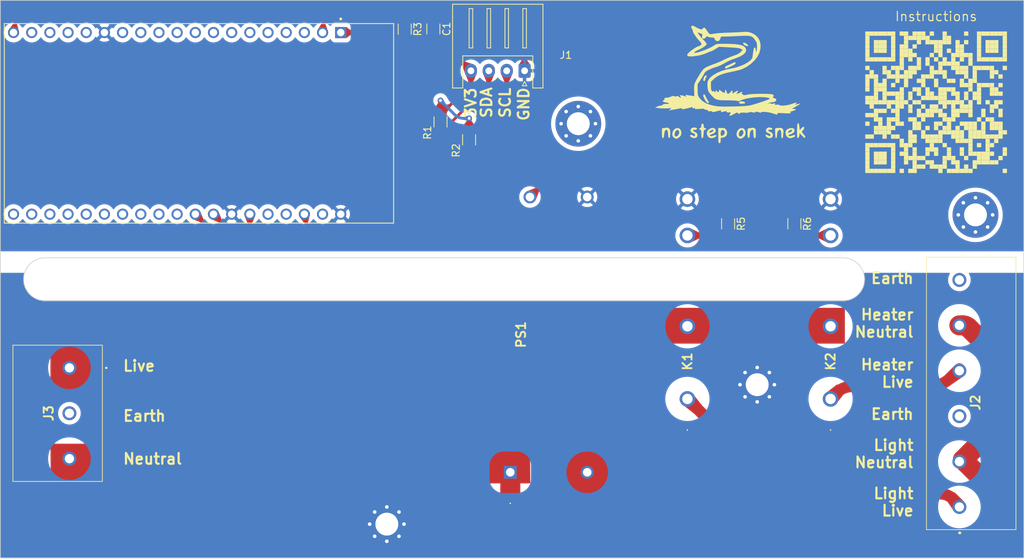
<source format=kicad_pcb>
(kicad_pcb (version 20221018) (generator pcbnew)
  (layers (0 "F.Cu" signal) (31 "B.Cu" signal) (34 "B.Paste" user) (35 "F.Paste" user) (36 "B.SilkS" user "B.Silkscreen") (37 "F.SilkS" user "F.Silkscreen") (38 "B.Mask" user) (39 "F.Mask" user) (44 "Edge.Cuts" user))
  (net 0 "")
  (net 1 "LIGHT_AC_P")
  (net 2 "AC_P_IN")
  (net 3 "LIGHT_EN")
  (net 4 "GND")
  (net 5 "HEAT_AC_P")
  (net 6 "HEAT_EN")
  (net 7 "AC_N_IN")
  (net 8 "+5V")
  (net 37 "Net-(J2-Pin_3)")
  (net 38 "SCL")
  (net 39 "LIGHT_LED_P")
  (net 40 "HEAT_LED_P")
  (net 41 "+3.3V")
  (net 42 "SDA")
  (net 43 "Net-(U1-EN)")
  (net 44 "Net-(J2-Pin_6)")
  (net 45 "Net-(J3-Pin_2)")
  (net 46 "Earth")
  (footprint "Resistor_SMD:R_1206_3216Metric_Pad1.30x1.75mm_HandSolder" (layer "F.Cu") (at 142.5 83 90)
    (fp_text reference "R1" (at -1.5 -1.82 90) (layer "F.SilkS"))
    (fp_text value "2.4k")
    (pad "1" smd roundrect (at -1.55 0 90) (size 1.3 1.75) (layers "F.Cu" "F.Paste" "F.Mask") (roundrect_rratio 0.1923076923) (net 38 "SCL"))
    (pad "2" smd roundrect (at 1.55 0 90) (size 1.3 1.75) (layers "F.Cu" "F.Paste" "F.Mask") (roundrect_rratio 0.1923076923) (net 41 "+3.3V"))
  )
  (footprint "Resistor_SMD:R_1206_3216Metric_Pad1.30x1.75mm_HandSolder" (layer "F.Cu") (at 146.5 85.5 90)
    (fp_text reference "R2" (at -1.5 -1.82 90) (layer "F.SilkS"))
    (fp_text value "2.4k")
    (pad "1" smd roundrect (at -1.55 0 90) (size 1.3 1.75) (layers "F.Cu" "F.Paste" "F.Mask") (roundrect_rratio 0.1923076923) (net 42 "SDA"))
    (pad "2" smd roundrect (at 1.55 0 90) (size 1.3 1.75) (layers "F.Cu" "F.Paste" "F.Mask") (roundrect_rratio 0.1923076923) (net 41 "+3.3V"))
  )
  (footprint "ESP32-DEVKITC-32D:MODULE_ESP32-DEVKITC-32D" (layer "F.Cu") (at 108.8 83.2 -90)
    (fp_text reference "U1" hide)
    (fp_text value "ESP32-DEVKITC-32D")
    (pad "J2-1" thru_hole rect (at -12.7 -19.76 270) (size 1.56 1.56) (drill 1.04) (layers "*.Cu" "*.Mask") (net 41 "+3.3V"))
    (pad "J2-2" thru_hole circle (at -12.7 -17.22 270) (size 1.56 1.56) (drill 1.04) (layers "*.Cu" "*.Mask") (net 43 "Net-(U1-EN)"))
    (pad "J2-3" thru_hole circle (at -12.7 -14.68 270) (size 1.56 1.56) (drill 1.04) (layers "*.Cu" "*.Mask"))
    (pad "J2-4" thru_hole circle (at -12.7 -12.14 270) (size 1.56 1.56) (drill 1.04) (layers "*.Cu" "*.Mask"))
    (pad "J2-5" thru_hole circle (at -12.7 -9.6 270) (size 1.56 1.56) (drill 1.04) (layers "*.Cu" "*.Mask"))
    (pad "J2-6" thru_hole circle (at -12.7 -7.06 270) (size 1.56 1.56) (drill 1.04) (layers "*.Cu" "*.Mask"))
    (pad "J2-7" thru_hole circle (at -12.7 -4.52 270) (size 1.56 1.56) (drill 1.04) (layers "*.Cu" "*.Mask"))
    (pad "J2-8" thru_hole circle (at -12.7 -1.98 270) (size 1.56 1.56) (drill 1.04) (layers "*.Cu" "*.Mask"))
    (pad "J2-9" thru_hole circle (at -12.7 0.56 270) (size 1.56 1.56) (drill 1.04) (layers "*.Cu" "*.Mask"))
    (pad "J2-10" thru_hole circle (at -12.7 3.1 270) (size 1.56 1.56) (drill 1.04) (layers "*.Cu" "*.Mask"))
    (pad "J2-11" thru_hole circle (at -12.7 5.64 270) (size 1.56 1.56) (drill 1.04) (layers "*.Cu" "*.Mask"))
    (pad "J2-12" thru_hole circle (at -12.7 8.18 270) (size 1.56 1.56) (drill 1.04) (layers "*.Cu" "*.Mask"))
    (pad "J2-13" thru_hole circle (at -12.7 10.72 270) (size 1.56 1.56) (drill 1.04) (layers "*.Cu" "*.Mask"))
    (pad "J2-14" thru_hole circle (at -12.7 13.26 270) (size 1.56 1.56) (drill 1.04) (layers "*.Cu" "*.Mask") (net 4 "GND"))
    (pad "J2-15" thru_hole circle (at -12.7 15.8 270) (size 1.56 1.56) (drill 1.04) (layers "*.Cu" "*.Mask"))
    (pad "J2-16" thru_hole circle (at -12.7 18.34 270) (size 1.56 1.56) (drill 1.04) (layers "*.Cu" "*.Mask"))
    (pad "J2-17" thru_hole circle (at -12.7 20.88 270) (size 1.56 1.56) (drill 1.04) (layers "*.Cu" "*.Mask"))
    (pad "J2-18" thru_hole circle (at -12.7 23.42 270) (size 1.56 1.56) (drill 1.04) (layers "*.Cu" "*.Mask"))
    (pad "J2-19" thru_hole circle (at -12.7 25.96 270) (size 1.56 1.56) (drill 1.04) (layers "*.Cu" "*.Mask") (net 8 "+5V"))
    (pad "J3-1" thru_hole circle (at 12.7 -19.76 270) (size 1.56 1.56) (drill 1.04) (layers "*.Cu" "*.Mask") (net 4 "GND"))
    (pad "J3-2" thru_hole circle (at 12.7 -17.22 270) (size 1.56 1.56) (drill 1.04) (layers "*.Cu" "*.Mask"))
    (pad "J3-3" thru_hole circle (at 12.7 -14.68 270) (size 1.56 1.56) (drill 1.04) (layers "*.Cu" "*.Mask") (net 38 "SCL"))
    (pad "J3-4" thru_hole circle (at 12.7 -12.14 270) (size 1.56 1.56) (drill 1.04) (layers "*.Cu" "*.Mask"))
    (pad "J3-5" thru_hole circle (at 12.7 -9.6 270) (size 1.56 1.56) (drill 1.04) (layers "*.Cu" "*.Mask"))
    (pad "J3-6" thru_hole circle (at 12.7 -7.06 270) (size 1.56 1.56) (drill 1.04) (layers "*.Cu" "*.Mask") (net 42 "SDA"))
    (pad "J3-7" thru_hole circle (at 12.7 -4.52 270) (size 1.56 1.56) (drill 1.04) (layers "*.Cu" "*.Mask") (net 4 "GND"))
    (pad "J3-8" thru_hole circle (at 12.7 -1.98 270) (size 1.56 1.56) (drill 1.04) (layers "*.Cu" "*.Mask") (net 3 "LIGHT_EN"))
    (pad "J3-9" thru_hole circle (at 12.7 0.56 270) (size 1.56 1.56) (drill 1.04) (layers "*.Cu" "*.Mask") (net 6 "HEAT_EN"))
    (pad "J3-10" thru_hole circle (at 12.7 3.1 270) (size 1.56 1.56) (drill 1.04) (layers "*.Cu" "*.Mask"))
    (pad "J3-11" thru_hole circle (at 12.7 5.64 270) (size 1.56 1.56) (drill 1.04) (layers "*.Cu" "*.Mask"))
    (pad "J3-12" thru_hole circle (at 12.7 8.18 270) (size 1.56 1.56) (drill 1.04) (layers "*.Cu" "*.Mask"))
    (pad "J3-13" thru_hole circle (at 12.7 10.72 270) (size 1.56 1.56) (drill 1.04) (layers "*.Cu" "*.Mask"))
    (pad "J3-14" thru_hole circle (at 12.7 13.26 270) (size 1.56 1.56) (drill 1.04) (layers "*.Cu" "*.Mask"))
    (pad "J3-15" thru_hole circle (at 12.7 15.8 270) (size 1.56 1.56) (drill 1.04) (layers "*.Cu" "*.Mask"))
    (pad "J3-16" thru_hole circle (at 12.7 18.34 270) (size 1.56 1.56) (drill 1.04) (layers "*.Cu" "*.Mask"))
    (pad "J3-17" thru_hole circle (at 12.7 20.88 270) (size 1.56 1.56) (drill 1.04) (layers "*.Cu" "*.Mask"))
    (pad "J3-18" thru_hole circle (at 12.7 23.42 270) (size 1.56 1.56) (drill 1.04) (layers "*.Cu" "*.Mask"))
    (pad "J3-19" thru_hole circle (at 12.7 25.96 270) (size 1.56 1.56) (drill 1.04) (layers "*.Cu" "*.Mask"))
  )
  (footprint "Resistor_SMD:R_1206_3216Metric_Pad1.30x1.75mm_HandSolder" (layer "F.Cu") (at 137.5 70.03 -90)
    (fp_text reference "R3" (at 0 -1.82 90) (layer "F.SilkS"))
    (fp_text value "10k")
    (pad "1" smd roundrect (at -1.55 0 270) (size 1.3 1.75) (layers "F.Cu" "F.Paste" "F.Mask") (roundrect_rratio 0.1923076923) (net 43 "Net-(U1-EN)"))
    (pad "2" smd roundrect (at 1.55 0 270) (size 1.3 1.75) (layers "F.Cu" "F.Paste" "F.Mask") (roundrect_rratio 0.1923076923) (net 41 "+3.3V"))
  )
  (footprint "Resistor_SMD:R_1206_3216Metric_Pad1.30x1.75mm_HandSolder" (layer "F.Cu") (at 191.9385 97.25 -90)
    (fp_text reference "R6" (at 0 -1.82 90) (layer "F.SilkS"))
    (fp_text value "422")
    (pad "1" smd roundrect (at -1.55 0 270) (size 1.3 1.75) (layers "F.Cu" "F.Paste" "F.Mask") (roundrect_rratio 0.1923076923) (net 6 "HEAT_EN"))
    (pad "2" smd roundrect (at 1.55 0 270) (size 1.3 1.75) (layers "F.Cu" "F.Paste" "F.Mask") (roundrect_rratio 0.1923076923) (net 40 "HEAT_LED_P"))
  )
  (footprint "MountingHole:MountingHole_3.2mm_M3_Pad_Via" (layer "F.Cu") (at 186.75 119.75)
    (fp_text reference "MH4" hide)
    (fp_text value "MountingHole_Pad" hide)
    (pad "1" thru_hole circle (at -2.4 0) (size 0.8 0.8) (drill 0.5) (layers "*.Cu" "*.Mask") (net 46 "Earth"))
    (pad "1" thru_hole circle (at -1.697056 -1.697056) (size 0.8 0.8) (drill 0.5) (layers "*.Cu" "*.Mask") (net 46 "Earth"))
    (pad "1" thru_hole circle (at -1.697056 1.697056) (size 0.8 0.8) (drill 0.5) (layers "*.Cu" "*.Mask") (net 46 "Earth"))
    (pad "1" thru_hole circle (at 0 -2.4) (size 0.8 0.8) (drill 0.5) (layers "*.Cu" "*.Mask") (net 46 "Earth"))
    (pad "1" thru_hole circle (at 0 0) (size 6.4 6.4) (drill 3.2) (layers "*.Cu" "*.Mask") (net 46 "Earth"))
    (pad "1" thru_hole circle (at 0 2.4) (size 0.8 0.8) (drill 0.5) (layers "*.Cu" "*.Mask") (net 46 "Earth"))
    (pad "1" thru_hole circle (at 1.697056 -1.697056) (size 0.8 0.8) (drill 0.5) (layers "*.Cu" "*.Mask") (net 46 "Earth"))
    (pad "1" thru_hole circle (at 1.697056 1.697056) (size 0.8 0.8) (drill 0.5) (layers "*.Cu" "*.Mask") (net 46 "Earth"))
    (pad "1" thru_hole circle (at 2.4 0) (size 0.8 0.8) (drill 0.5) (layers "*.Cu" "*.Mask") (net 46 "Earth"))
  )
  (footprint "MountingHole:MountingHole_3.2mm_M3_Pad_Via" (layer "F.Cu") (at 217.25 96)
    (fp_text reference "MH2" hide)
    (fp_text value "MountingHole_3.2mm_M3_Pad_Via" hide)
    (pad "1" thru_hole circle (at -2.4 0) (size 0.8 0.8) (drill 0.5) (layers "*.Cu" "*.Mask"))
    (pad "1" thru_hole circle (at -1.697056 -1.697056) (size 0.8 0.8) (drill 0.5) (layers "*.Cu" "*.Mask"))
    (pad "1" thru_hole circle (at -1.697056 1.697056) (size 0.8 0.8) (drill 0.5) (layers "*.Cu" "*.Mask"))
    (pad "1" thru_hole circle (at 0 -2.4) (size 0.8 0.8) (drill 0.5) (layers "*.Cu" "*.Mask"))
    (pad "1" thru_hole circle (at 0 0) (size 6.4 6.4) (drill 3.2) (layers "*.Cu" "*.Mask"))
    (pad "1" thru_hole circle (at 0 2.4) (size 0.8 0.8) (drill 0.5) (layers "*.Cu" "*.Mask"))
    (pad "1" thru_hole circle (at 1.697056 -1.697056) (size 0.8 0.8) (drill 0.5) (layers "*.Cu" "*.Mask"))
    (pad "1" thru_hole circle (at 1.697056 1.697056) (size 0.8 0.8) (drill 0.5) (layers "*.Cu" "*.Mask"))
    (pad "1" thru_hole circle (at 2.4 0) (size 0.8 0.8) (drill 0.5) (layers "*.Cu" "*.Mask"))
  )
  (footprint "MountingHole:MountingHole_3.2mm_M3_Pad_Via" (layer "F.Cu") (at 161.75 83.25)
    (fp_text reference "MH1" hide)
    (fp_text value "MountingHole_3.2mm_M3_Pad_Via" hide)
    (pad "1" thru_hole circle (at -2.4 0) (size 0.8 0.8) (drill 0.5) (layers "*.Cu" "*.Mask"))
    (pad "1" thru_hole circle (at -1.697056 -1.697056) (size 0.8 0.8) (drill 0.5) (layers "*.Cu" "*.Mask"))
    (pad "1" thru_hole circle (at -1.697056 1.697056) (size 0.8 0.8) (drill 0.5) (layers "*.Cu" "*.Mask"))
    (pad "1" thru_hole circle (at 0 -2.4) (size 0.8 0.8) (drill 0.5) (layers "*.Cu" "*.Mask"))
    (pad "1" thru_hole circle (at 0 0) (size 6.4 6.4) (drill 3.2) (layers "*.Cu" "*.Mask"))
    (pad "1" thru_hole circle (at 0 2.4) (size 0.8 0.8) (drill 0.5) (layers "*.Cu" "*.Mask"))
    (pad "1" thru_hole circle (at 1.697056 -1.697056) (size 0.8 0.8) (drill 0.5) (layers "*.Cu" "*.Mask"))
    (pad "1" thru_hole circle (at 1.697056 1.697056) (size 0.8 0.8) (drill 0.5) (layers "*.Cu" "*.Mask"))
    (pad "1" thru_hole circle (at 2.4 0) (size 0.8 0.8) (drill 0.5) (layers "*.Cu" "*.Mask"))
  )
  (footprint "Phoenix 1713969:1713969" (layer "F.Cu") (at 215 136.85 90)
    (fp_text reference "J2" (at 14.6 2.25 90) (layer "F.SilkS") (effects (font (size 1.27 1.27) (thickness 0.254))))
    (fp_text value "Screw_Terminal_01x06" hide)
    (pad "1" thru_hole circle (at 0 0 90) (size 1.95 1.95) (drill 1.3) (layers "*.Cu" "*.Mask") (net 1 "LIGHT_AC_P"))
    (pad "2" thru_hole circle (at 6.35 0 90) (size 1.95 1.95) (drill 1.3) (layers "*.Cu" "*.Mask") (net 7 "AC_N_IN"))
    (pad "3" thru_hole circle (at 12.7 0 90) (size 1.95 1.95) (drill 1.3) (layers "*.Cu" "*.Mask") (net 37 "Net-(J2-Pin_3)"))
    (pad "4" thru_hole circle (at 19.05 0 90) (size 1.95 1.95) (drill 1.3) (layers "*.Cu" "*.Mask") (net 5 "HEAT_AC_P"))
    (pad "5" thru_hole circle (at 25.4 0 90) (size 1.95 1.95) (drill 1.3) (layers "*.Cu" "*.Mask") (net 7 "AC_N_IN"))
    (pad "6" thru_hole circle (at 31.75 0 90) (size 1.95 1.95) (drill 1.3) (layers "*.Cu" "*.Mask") (net 44 "Net-(J2-Pin_6)"))
  )
  (footprint "RAC10E-05SK_277:RAC10E05SK277" (layer "F.Cu") (at 152.25 132 90)
    (fp_text reference "PS1" (at 19.25 1.5 90) (layer "F.SilkS") (effects (font (size 1.27 1.27) (thickness 0.254))))
    (fp_text value "RAC10E-05SK_277" hide)
    (pad "1" thru_hole rect (at 0 0 90) (size 1.8 1.8) (drill 1.2) (layers "*.Cu" "*.Mask") (net 7 "AC_N_IN"))
    (pad "2" thru_hole circle (at 0 10.75 90) (size 1.8 1.8) (drill 1.2) (layers "*.Cu" "*.Mask") (net 2 "AC_P_IN"))
    (pad "3" thru_hole circle (at 38.5 10.75 90) (size 1.8 1.8) (drill 1.2) (layers "*.Cu" "*.Mask") (net 4 "GND"))
    (pad "4" thru_hole circle (at 38.5 2.75 90) (size 1.8 1.8) (drill 1.2) (layers "*.Cu" "*.Mask") (net 8 "+5V"))
  )
  (footprint "Resistor_SMD:R_1206_3216Metric_Pad1.30x1.75mm_HandSolder" (layer "F.Cu") (at 182.6885 97.25 -90)
    (fp_text reference "R5" (at 0 -1.82 90) (layer "F.SilkS"))
    (fp_text value "422")
    (pad "1" smd roundrect (at -1.55 0 270) (size 1.3 1.75) (layers "F.Cu" "F.Paste" "F.Mask") (roundrect_rratio 0.1923076923) (net 3 "LIGHT_EN"))
    (pad "2" smd roundrect (at 1.55 0 270) (size 1.3 1.75) (layers "F.Cu" "F.Paste" "F.Mask") (roundrect_rratio 0.1923076923) (net 39 "LIGHT_LED_P"))
  )
  (footprint "snek:snek" (layer "F.Cu") (at 183 77.75)
    (fp_text reference "G***" hide)
    (fp_text value "LOGO" hide)
  )
  (footprint "MountingHole:MountingHole_3.2mm_M3_Pad_Via" (layer "F.Cu") (at 135 139.25)
    (fp_text reference "MH3" hide)
    (fp_text value "MountingHole_Pad" hide)
    (pad "1" thru_hole circle (at -2.4 0) (size 0.8 0.8) (drill 0.5) (layers "*.Cu" "*.Mask") (net 46 "Earth"))
    (pad "1" thru_hole circle (at -1.697056 -1.697056) (size 0.8 0.8) (drill 0.5) (layers "*.Cu" "*.Mask") (net 46 "Earth"))
    (pad "1" thru_hole circle (at -1.697056 1.697056) (size 0.8 0.8) (drill 0.5) (layers "*.Cu" "*.Mask") (net 46 "Earth"))
    (pad "1" thru_hole circle (at 0 -2.4) (size 0.8 0.8) (drill 0.5) (layers "*.Cu" "*.Mask") (net 46 "Earth"))
    (pad "1" thru_hole circle (at 0 0) (size 6.4 6.4) (drill 3.2) (layers "*.Cu" "*.Mask") (net 46 "Earth"))
    (pad "1" thru_hole circle (at 0 2.4) (size 0.8 0.8) (drill 0.5) (layers "*.Cu" "*.Mask") (net 46 "Earth"))
    (pad "1" thru_hole circle (at 1.697056 -1.697056) (size 0.8 0.8) (drill 0.5) (layers "*.Cu" "*.Mask") (net 46 "Earth"))
    (pad "1" thru_hole circle (at 1.697056 1.697056) (size 0.8 0.8) (drill 0.5) (layers "*.Cu" "*.Mask") (net 46 "Earth"))
    (pad "1" thru_hole circle (at 2.4 0) (size 0.8 0.8) (drill 0.5) (layers "*.Cu" "*.Mask") (net 46 "Earth"))
  )
  (footprint "Connector_JST:JST_XH_S4B-XH-A_1x04_P2.50mm_Horizontal" (layer "F.Cu") (at 154.25 75.85 180)
    (fp_text reference "J1" (at -5.77 2.19) (layer "F.SilkS"))
    (fp_text value "S4B-XH-A(LF)(SN)")
    (pad "1" thru_hole roundrect (at 0 0 180) (size 1.7 1.95) (drill 0.95) (layers "*.Cu" "*.Mask") (roundrect_rratio 0.1470588235) (net 4 "GND"))
    (pad "2" thru_hole oval (at 2.5 0 180) (size 1.7 1.95) (drill 0.95) (layers "*.Cu" "*.Mask") (net 42 "SDA"))
    (pad "3" thru_hole oval (at 5 0 180) (size 1.7 1.95) (drill 0.95) (layers "*.Cu" "*.Mask") (net 38 "SCL"))
    (pad "4" thru_hole oval (at 7.5 0 180) (size 1.7 1.95) (drill 0.95) (layers "*.Cu" "*.Mask") (net 41 "+3.3V"))
  )
  (footprint "CPC40055ST:CPC40055ST" (layer "F.Cu") (at 177 121.74 90)
    (fp_text reference "K1" (at 5.24 0 90) (layer "F.SilkS") (effects (font (size 1.27 1.27) (thickness 0.254))))
    (fp_text value "CPC40055ST" hide)
    (pad "1" thru_hole circle (at 0 0 90) (size 2.175 2.175) (drill 1.45) (layers "*.Cu" "*.Mask") (net 1 "LIGHT_AC_P"))
    (pad "2" thru_hole circle (at 10.16 0 90) (size 2.175 2.175) (drill 1.45) (layers "*.Cu" "*.Mask") (net 2 "AC_P_IN"))
    (pad "3" thru_hole circle (at 22.86 0 90) (size 2.175 2.175) (drill 1.45) (layers "*.Cu" "*.Mask") (net 39 "LIGHT_LED_P"))
    (pad "4" thru_hole circle (at 27.94 0 90) (size 2.175 2.175) (drill 1.45) (layers "*.Cu" "*.Mask") (net 4 "GND"))
  )
  (footprint "QR:rickroll" (layer "F.Cu") (at 211.75 80.25)
    (fp_text reference "QR*****" hide)
    (fp_text value "Instructions" (at 0 -12 unlocked) (layer "F.SilkS") (effects (font (size 1.3 1.3))))
  )
  (footprint "Capacitor_SMD:C_1206_3216Metric_Pad1.33x1.80mm_HandSolder" (layer "F.Cu") (at 141.5 70 -90)
    (fp_text reference "C1" (at 0 -1.85 90) (layer "F.SilkS"))
    (fp_text value "1u")
    (pad "1" smd roundrect (at -1.5625 0 270) (size 1.325 1.8) (layers "F.Cu" "F.Paste" "F.Mask") (roundrect_rratio 0.1886792453) (net 43 "Net-(U1-EN)"))
    (pad "2" smd roundrect (at 1.5625 0 270) (size 1.325 1.8) (layers "F.Cu" "F.Paste" "F.Mask") (roundrect_rratio 0.1886792453) (net 4 "GND"))
  )
  (footprint "Phoenix 1714968:1714968" (layer "F.Cu") (at 90.65 117.395 -90)
    (fp_text reference "J3" (at 6.355 2.9 90) (layer "F.SilkS") (effects (font (size 1.27 1.27) (thickness 0.254))))
    (fp_text value "Screw_Terminal_01x03" hide)
    (pad "1" thru_hole circle (at 0 0 270) (size 1.95 1.95) (drill 1.3) (layers "*.Cu" "*.Mask") (net 2 "AC_P_IN"))
    (pad "2" thru_hole circle (at 6.35 0 270) (size 1.95 1.95) (drill 1.3) (layers "*.Cu" "*.Mask") (net 45 "Net-(J3-Pin_2)"))
    (pad "3" thru_hole circle (at 12.7 0 270) (size 1.95 1.95) (drill 1.3) (layers "*.Cu" "*.Mask") (net 7 "AC_N_IN"))
  )
  (footprint "CPC40055ST:CPC40055ST" (layer "F.Cu") (at 197 121.74 90)
    (fp_text reference "K2" (at 5.24 0 90) (layer "F.SilkS") (effects (font (size 1.27 1.27) (thickness 0.254))))
    (fp_text value "CPC40055ST" hide)
    (pad "1" thru_hole circle (at 0 0 90) (size 2.175 2.175) (drill 1.45) (layers "*.Cu" "*.Mask") (net 5 "HEAT_AC_P"))
    (pad "2" thru_hole circle (at 10.16 0 90) (size 2.175 2.175) (drill 1.45) (layers "*.Cu" "*.Mask") (net 2 "AC_P_IN"))
    (pad "3" thru_hole circle (at 22.86 0 90) (size 2.175 2.175) (drill 1.45) (layers "*.Cu" "*.Mask") (net 40 "HEAT_LED_P"))
    (pad "4" thru_hole circle (at 27.94 0 90) (size 2.175 2.175) (drill 1.45) (layers "*.Cu" "*.Mask") (net 4 "GND"))
  )
  (gr_line (start 81 66) (end 224 66) (stroke (width 0.1)) (layer "Edge.Cuts"))
  (gr_arc (start 198.75 102) (mid 201.75 105) (end 198.75 108) (stroke (width 0.1)) (layer "Edge.Cuts"))
  (gr_line (start 146 108) (end 198.75 108) (stroke (width 0.1)) (layer "Edge.Cuts"))
  (gr_line (start 81 144) (end 224 144) (stroke (width 0.1)) (layer "Edge.Cuts"))
  (gr_line (start 198.75 102) (end 146 102) (stroke (width 0.1)) (layer "Edge.Cuts"))
  (gr_line (start 146 102) (end 87.25 102) (stroke (width 0.1)) (layer "Edge.Cuts"))
  (gr_line (start 87.25 108) (end 146 108) (stroke (width 0.1)) (layer "Edge.Cuts"))
  (gr_line (start 81 66) (end 81 144) (stroke (width 0.1)) (layer "Edge.Cuts"))
  (gr_line (start 224 144) (end 224 67) (stroke (width 0.1)) (layer "Edge.Cuts"))
  (gr_line (start 224 66) (end 224 67) (stroke (width 0.1)) (layer "Edge.Cuts"))
  (gr_arc (start 87.25 108) (mid 84.25 105) (end 87.25 102) (stroke (width 0.1)) (layer "Edge.Cuts"))
  (gr_text "Copyright © 2018-2023 Jacob McSwain" (at 83 142) (layer "F.Cu") (effects (font (size 1.5 1.5) (thickness 0.3) bold) (justify left bottom)))
  (gr_text "SnekSafe v1.1" (at 83 139) (layer "F.Cu") (effects (font (size 1.5 1.5) (thickness 0.3) bold) (justify left bottom)))
  (gr_text "Light\nNeutral" (at 208.75 131.5) (layer "F.SilkS") (effects (font (size 1.5 1.5) (thickness 0.3) bold) (justify right bottom)))
  (gr_text "Heater\nLive" (at 208.75 120.25) (layer "F.SilkS") (effects (font (size 1.5 1.5) (thickness 0.3) bold) (justify right bottom)))
  (gr_text "Heater\nNeutral" (at 208.75 113.25) (layer "F.SilkS") (effects (font (size 1.5 1.5) (thickness 0.3) bold) (justify right bottom)))
  (gr_text "Earth" (at 208.75 105.75) (layer "F.SilkS") (effects (font (size 1.5 1.5) (thickness 0.3) bold) (justify right bottom)))
  (gr_text "3V3" (at 147.6 82.6 90) (layer "F.SilkS") (effects (font (size 1.5 1.5) (thickness 0.3) bold) (justify left bottom)))
  (gr_text "Live" (at 98 118) (layer "F.SilkS") (effects (font (size 1.5 1.5) (thickness 0.3) bold) (justify left bottom)))
  (gr_text "Neutral" (at 98 131) (layer "F.SilkS") (effects (font (size 1.5 1.5) (thickness 0.3) bold) (justify left bottom)))
  (gr_text "Light\nLive" (at 208.75 138.25) (layer "F.SilkS") (effects (font (size 1.5 1.5) (thickness 0.3) bold) (justify right bottom)))
  (gr_text "Earth" (at 208.75 124.75) (layer "F.SilkS") (effects (font (size 1.5 1.5) (thickness 0.3) bold) (justify right bottom)))
  (gr_text "SCL" (at 152.4 82.6 90) (layer "F.SilkS") (effects (font (size 1.5 1.5) (thickness 0.3) bold) (justify left bottom)))
  (gr_text "Earth" (at 98 125) (layer "F.SilkS") (effects (font (size 1.5 1.5) (thickness 0.3) bold) (justify left bottom)))
  (gr_text "SDA" (at 149.8 82.6 90) (layer "F.SilkS") (effects (font (size 1.5 1.5) (thickness 0.3) bold) (justify left bottom)))
  (gr_text "GND" (at 155 83 90) (layer "F.SilkS") (effects (font (size 1.5 1.5) (thickness 0.3) bold) (justify left bottom)))
  (segment (start 192.513963 135) (end 212.268629 135) (width 1.6) (layer "F.Cu") (net 1))
  (segment (start 214.2 135.8) (end 215 136.6) (width 1.6) (layer "F.Cu") (net 1))
  (segment (start 188.666207 133.406207) (end 177 121.74) (width 1.6) (layer "F.Cu") (net 1))
  (arc (start 214.2 135.8) (mid 213.313879 135.207913) (end 212.268629 135) (width 1.6) (layer "F.Cu") (net 1))
  (arc (start 188.666207 133.406207) (mid 190.431572 134.585786) (end 192.513963 135) (width 1.6) (layer "F.Cu") (net 1))
  (segment (start 113.053707 98.173707) (end 110.78 95.9) (width 0.4) (layer "F.Cu") (net 3))
  (segment (start 182.5385 95.85) (end 182.6885 95.7) (width 0.4) (layer "F.Cu") (net 3))
  (segment (start 174.253963 96) (end 182.176367 96) (width 0.4) (layer "F.Cu") (net 3))
  (segment (start 170.406206 97.593792) (end 169.826292 98.173707) (width 0.4) (layer "F.Cu") (net 3))
  (segment (start 116.901463 99.7675) (end 165.978536 99.7675) (width 0.4) (layer "F.Cu") (net 3))
  (arc (start 169.826292 98.173707) (mid 168.060926 99.353286) (end 165.978536 99.7675) (width 0.4) (layer "F.Cu") (net 3))
  (arc (start 182.5385 95.85) (mid 182.372352 95.961016) (end 182.176367 96) (width 0.4) (layer "F.Cu") (net 3))
  (arc (start 113.053707 98.173707) (mid 114.819072 99.353286) (end 116.901463 99.7675) (width 0.4) (layer "F.Cu") (net 3))
  (arc (start 174.253963 96) (mid 172.171572 96.414213) (end 170.406206 97.593792) (width 0.4) (layer "F.Cu") (net 3))
  (segment (start 149.66215 71.5625) (end 141.5 71.5625) (width 0.4) (layer "F.Cu") (net 4))
  (segment (start 154.25 75.05) (end 154.25 75.85) (width 0.4) (layer "F.Cu") (net 4))
  (segment (start 153.684314 73.684314) (end 152.90625 72.90625) (width 0.4) (layer "F.Cu") (net 4))
  (arc (start 153.684314 73.684314) (mid 154.102982 74.310896) (end 154.25 75.05) (width 0.4) (layer "F.Cu") (net 4))
  (arc (start 152.90625 72.90625) (mid 151.417844 71.911729) (end 149.66215 71.5625) (width 0.4) (layer "F.Cu") (net 4))
  (segment (start 213.775 118.775) (end 215 117.55) (width 1.6) (layer "F.Cu") (net 5))
  (segment (start 197.87 120.87) (end 197 121.74) (width 1.6) (layer "F.Cu") (net 5))
  (segment (start 199.970365 120) (end 210.817588 120) (width 1.6) (layer "F.Cu") (net 5))
  (arc (start 213.775 118.775) (mid 212.418127 119.681632) (end 210.817588 120) (width 1.6) (layer "F.Cu") (net 5))
  (arc (start 199.970365 120) (mid 198.833655 120.226105) (end 197.87 120.87) (width 1.6) (layer "F.Cu") (net 5))
  (segment (start 111.513707 99.173707) (end 108.24 95.9) (width 0.4) (layer "F.Cu") (net 6))
  (segment (start 188.464792 99.173707) (end 191.9385 95.7) (width 0.4) (layer "F.Cu") (net 6))
  (segment (start 115.361463 100.7675) (end 184.617036 100.7675) (width 0.4) (layer "F.Cu") (net 6))
  (arc (start 188.464792 99.173707) (mid 186.699426 100.353286) (end 184.617036 100.7675) (width 0.4) (layer "F.Cu") (net 6))
  (arc (start 111.513707 99.173707) (mid 113.279072 100.353286) (end 115.361463 100.7675) (width 0.4) (layer "F.Cu") (net 6))
  (segment (start 215.475 111.45) (end 215 111.45) (width 2.8) (layer "F.Cu") (net 7))
  (segment (start 220 138.085786) (end 220 137.003963) (width 2.8) (layer "F.Cu") (net 7))
  (segment (start 219.8 117.553963) (end 219.8 123.696036) (width 2.8) (layer "F.Cu") (net 7))
  (segment (start 153.843792 138.843792) (end 154.906207 139.906207) (width 2.8) (layer "F.Cu") (net 7))
  (segment (start 152.25 134.996036) (end 152.25 132) (width 2.8) (layer "F.Cu") (net 7))
  (segment (start 216.585786 141.5) (end 158.753963 141.5) (width 2.8) (layer "F.Cu") (net 7))
  (segment (start 215.5 130.25) (end 218.406207 133.156207) (width 2.8) (layer "F.Cu") (net 7))
  (segment (start 215.5 130.25) (end 218.206207 127.543792) (width 2.8) (layer "F.Cu") (net 7))
  (segment (start 216.285875 111.785875) (end 218.206207 113.706207) (width 2.8) (layer "F.Cu") (net 7))
  (arc (start 152.25 134.996036) (mid 152.664213 137.078426) (end 153.843792 138.843792) (width 2.8) (layer "F.Cu") (net 7))
  (arc (start 154.906207 139.906207) (mid 156.671572 141.085786) (end 158.753963 141.5) (width 2.8) (layer "F.Cu") (net 7))
  (arc (start 216.285875 111.785875) (mid 215.913842 111.537291) (end 215.475 111.45) (width 2.8) (layer "F.Cu") (net 7))
  (arc (start 218.206207 113.706207) (mid 219.385786 115.471572) (end 219.8 117.553963) (width 2.8) (layer "F.Cu") (net 7))
  (arc (start 218.406207 133.156207) (mid 219.585786 134.921572) (end 220 137.003963) (width 2.8) (layer "F.Cu") (net 7))
  (arc (start 219.8 123.696036) (mid 219.385786 125.778426) (end 218.206207 127.543792) (width 2.8) (layer "F.Cu") (net 7))
  (arc (start 220 138.085786) (mid 219.740108 139.392349) (end 219 140.5) (width 2.8) (layer "F.Cu") (net 7))
  (arc (start 219 140.5) (mid 217.892349 141.240108) (end 216.585786 141.5) (width 2.8) (layer "F.Cu") (net 7))
  (segment (start 156.4 74.453963) (end 156.4 91.11005) (width 0.4) (layer "F.Cu") (net 8))
  (segment (start 82.84 69.955) (end 82.84 70.5) (width 0.4) (layer "F.Cu") (net 8))
  (segment (start 87.380904 66.75) (end 148.696036 66.75) (width 0.4) (layer "F.Cu") (net 8))
  (segment (start 155.7 92.8) (end 155 93.5) (width 0.4) (layer "F.Cu") (net 8))
  (segment (start 154.806207 70.606207) (end 152.543792 68.343792) (width 0.4) (layer "F.Cu") (net 8))
  (segment (start 84.169999 68.079999) (end 83.225373 69.024626) (width 0.4) (layer "F.Cu") (net 8))
  (arc (start 152.543792 68.343792) (mid 150.778426 67.164213) (end 148.696036 66.75) (width 0.4) (layer "F.Cu") (net 8))
  (arc (start 83.225373 69.024626) (mid 82.940155 69.451485) (end 82.84 69.955) (width 0.4) (layer "F.Cu") (net 8))
  (arc (start 87.380904 66.75) (mid 85.643175 67.095655) (end 84.169999 68.079999) (width 0.4) (layer "F.Cu") (net 8))
  (arc (start 154.806207 70.606207) (mid 155.985786 72.371572) (end 156.4 74.453963) (width 0.4) (layer "F.Cu") (net 8))
  (arc (start 156.4 91.11005) (mid 156.218075 92.024644) (end 155.7 92.8) (width 0.4) (layer "F.Cu") (net 8))
  (segment (start 123.48 96.44) (end 123.48 95.9) (width 0.4) (layer "F.Cu") (net 38))
  (segment (start 140.326292 96.173706) (end 140.906207 95.593792) (width 0.4) (layer "F.Cu") (net 38))
  (segment (start 136.478536 97.7675) (end 124.824346 97.7675) (width 0.4) (layer "F.Cu") (net 38))
  (segment (start 123.87375 97.37375) (end 123.861837 97.361837) (width 0.4) (layer "F.Cu") (net 38))
  (segment (start 142.5 84.55) (end 142.5 91.746036) (width 0.4) (layer "F.Cu") (net 38))
  (segment (start 149.25 76.825) (end 149.25 75.85) (width 0.4) (layer "F.Cu") (net 38))
  (segment (start 142.5 84.55) (end 148.56057 78.489429) (width 0.4) (layer "F.Cu") (net 38))
  (arc (start 140.326292 96.173706) (mid 138.560926 97.353286) (end 136.478536 97.7675) (width 0.4) (layer "F.Cu") (net 38))
  (arc (start 123.87375 97.37375) (mid 124.309887 97.665167) (end 124.824346 97.7675) (width 0.4) (layer "F.Cu") (net 38))
  (arc (start 142.5 91.746036) (mid 142.085786 93.828426) (end 140.906207 95.593792) (width 0.4) (layer "F.Cu") (net 38))
  (arc (start 123.48 96.44) (mid 123.579236 96.938894) (end 123.861837 97.361837) (width 0.4) (layer "F.Cu") (net 38))
  (arc (start 149.25 76.825) (mid 149.070822 77.725782) (end 148.56057 78.489429) (width 0.4) (layer "F.Cu") (net 38))
  (segment (start 182.551931 98.88) (end 177 98.88) (width 0.4) (layer "F.Cu") (net 39))
  (segment (start 182.6485 98.84) (end 182.6885 98.8) (width 0.4) (layer "F.Cu") (net 39))
  (arc (start 182.6485 98.84) (mid 182.604193 98.869604) (end 182.551931 98.88) (width 0.4) (layer "F.Cu") (net 39))
  (segment (start 191.9785 98.84) (end 191.9385 98.8) (width 0.4) (layer "F.Cu") (net 40))
  (segment (start 192.075068 98.88) (end 197 98.88) (width 0.4) (layer "F.Cu") (net 40))
  (arc (start 191.9785 98.84) (mid 192.022805 98.869604) (end 192.075068 98.88) (width 0.4) (layer "F.Cu") (net 40))
  (segment (start 146.5 82.5) (end 146.5 83.95) (width 0.4) (layer "F.Cu") (net 41))
  (segment (start 141.878858 73.5) (end 142.738299 73.5) (width 0.4) (layer "F.Cu") (net 41))
  (segment (start 139.525 72.525) (end 138.921231 71.921231) (width 0.4) (layer "F.Cu") (net 41))
  (segment (start 142.5 81.175) (end 142.5 80) (width 0.4) (layer "F.Cu") (net 41))
  (segment (start 138.025 71.55) (end 137.5 71.55) (width 0.4) (layer "F.Cu") (net 41))
  (segment (start 143.244454 81.255545) (end 146.078248 78.421751) (width 0.4) (layer "F.Cu") (net 41))
  (segment (start 145.575 74.675) (end 146.078248 75.178248) (width 0.4) (layer "F.Cu") (net 41))
  (segment (start 135.707537 70.5) (end 128.56 70.5) (width 0.4) (layer "F.Cu") (net 41))
  (segment (start 136.975 71.025) (end 137.5 71.55) (width 0.4) (layer "F.Cu") (net 41))
  (via (at 142.5 80) (size 0.8) (drill 0.4) (layers "F.Cu" "B.Cu") (net 41))
  (via (at 146.5 82.5) (size 0.8) (drill 0.4) (layers "F.Cu" "B.Cu") (net 41))
  (arc (start 136.975 71.025) (mid 136.393483 70.636443) (end 135.707537 70.5) (width 0.4) (layer "F.Cu") (net 41))
  (arc (start 142.5 81.175) (mid 142.580545 81.369454) (end 142.775 81.45) (width 0.4) (layer "F.Cu") (net 41))
  (arc (start 139.525 72.525) (mid 140.604959 73.246605) (end 141.878858 73.5) (width 0.4) (layer "F.Cu") (net 41))
  (arc (start 146.078248 75.178248) (mid 146.575417 75.922314) (end 146.75 76.8) (width 0.4) (layer "F.Cu") (net 41))
  (arc (start 138.921231 71.921231) (mid 138.510036 71.646479) (end 138.025 71.55) (width 0.4) (layer "F.Cu") (net 41))
  (arc (start 145.575 74.675) (mid 144.27351 73.805372) (end 142.738299 73.5) (width 0.4) (layer "F.Cu") (net 41))
  (arc (start 146.75 76.8) (mid 146.575417 77.677685) (end 146.078248 78.421751) (width 0.4) (layer "F.Cu") (net 41))
  (arc (start 143.244454 81.255545) (mid 143.029066 81.399462) (end 142.775 81.45) (width 0.4) (layer "F.Cu") (net 41))
  (segment (start 146.5 82.5) (end 145.75 82.5) (width 0.4) (layer "B.Cu") (net 41))
  (segment (start 142.5 80) (end 144.469669 81.969669) (width 0.4) (layer "B.Cu") (net 41))
  (arc (start 144.469669 81.969669) (mid 145.05709 82.362171) (end 145.75 82.5) (width 0.4) (layer "B.Cu") (net 41))
  (segment (start 144.906207 94.593792) (end 142.326292 97.173707) (width 0.4) (layer "F.Cu") (net 42))
  (segment (start 146.5 87.05) (end 146.5 90.746036) (width 0.4) (layer "F.Cu") (net 42))
  (segment (start 138.478536 98.7675) (end 117.409199 98.7675) (width 0.4) (layer "F.Cu") (net 42))
  (segment (start 146.5 87.05) (end 150.156207 83.393792) (width 0.4) (layer "F.Cu") (net 42))
  (segment (start 151.75 79.546036) (end 151.75 75.85) (width 0.4) (layer "F.Cu") (net 42))
  (segment (start 115.86 97.2183) (end 115.86 95.9) (width 0.4) (layer "F.Cu") (net 42))
  (arc (start 146.5 90.746036) (mid 146.085786 92.828426) (end 144.906207 94.593792) (width 0.4) (layer "F.Cu") (net 42))
  (arc (start 151.75 79.546036) (mid 151.335786 81.628426) (end 150.156207 83.393792) (width 0.4) (layer "F.Cu") (net 42))
  (arc (start 142.326292 97.173707) (mid 140.560926 98.353286) (end 138.478536 98.7675) (width 0.4) (layer "F.Cu") (net 42))
  (arc (start 116.31375 98.31375) (mid 116.816346 98.649574) (end 117.409199 98.7675) (width 0.4) (layer "F.Cu") (net 42))
  (arc (start 115.86 97.2183) (mid 115.977925 97.811153) (end 116.31375 98.31375) (width 0.4) (layer "F.Cu") (net 42))
  (segment (start 126.02 69.781543) (end 126.02 70.5) (width 0.4) (layer "F.Cu") (net 43))
  (segment (start 137.521338 68.4375) (end 141.5 68.4375) (width 0.4) (layer "F.Cu") (net 43))
  (segment (start 137.491161 68.45) (end 127.351543 68.45) (width 0.4) (layer "F.Cu") (net 43))
  (arc (start 137.50625 68.44375) (mid 137.499327 68.448375) (end 137.491161 68.45) (width 0.4) (layer "F.Cu") (net 43))
  (arc (start 127.351543 68.45) (mid 126.841983 68.551357) (end 126.41 68.84) (width 0.4) (layer "F.Cu") (net 43))
  (arc (start 137.521338 68.4375) (mid 137.513172 68.439124) (end 137.50625 68.44375) (width 0.4) (layer "F.Cu") (net 43))
  (arc (start 126.41 68.84) (mid 126.121357 69.271983) (end 126.02 69.781543) (width 0.4) (layer "F.Cu") (net 43))
  (zone (net 2) (net_name "AC_P_IN") (layer "F.Cu") (priority 2) (connect_pads yes (clearance 0.5)) (min_thickness 0.25) (fill yes (thermal_gap 0.5) (thermal_bridge_width 0.5))
    (polygon (pts (xy 199 109) (xy 199 114) (xy 175 114) (xy 168 121) (xy 168 137) (xy 159 137) (xy 159 109)))
  )
  (zone (net 7) (net_name "AC_N_IN") (layer "F.Cu") (priority 3) (connect_pads yes (clearance 0.5)) (min_thickness 0.25) (fill yes (thermal_gap 0.5) (thermal_bridge_width 0.5))
    (polygon (pts (xy 155.05 133.55) (xy 88.05 133.55) (xy 88 128) (xy 155 128)))
  )
  (zone (net 2) (net_name "AC_P_IN") (layer "F.Cu") (priority 4) (connect_pads yes (clearance 0.5)) (min_thickness 0.25) (fill yes (thermal_gap 0.5) (thermal_bridge_width 0.5))
    (polygon (pts (xy 163 121) (xy 88 121) (xy 88 114) (xy 141 114) (xy 159 109) (xy 163 109)))
  )
  (zone (net 4) (net_name "GND") (layer "B.Cu") (connect_pads (clearance 0.5)) (min_thickness 0.25) (fill yes (thermal_gap 0.5) (thermal_bridge_width 0.5))
    (polygon (pts (xy 81 66) (xy 81 101.1) (xy 224 101.1) (xy 224 66)))
  )
  (zone (net 46) (net_name "Earth") (layer "B.Cu") (priority 1) (connect_pads yes (clearance 0.5)) (min_thickness 0.25) (fill yes (thermal_gap 0.5) (thermal_bridge_width 0.5))
    (polygon (pts (xy 81 104.1) (xy 81 144) (xy 224 144) (xy 224 104.1)))
  )
)
</source>
